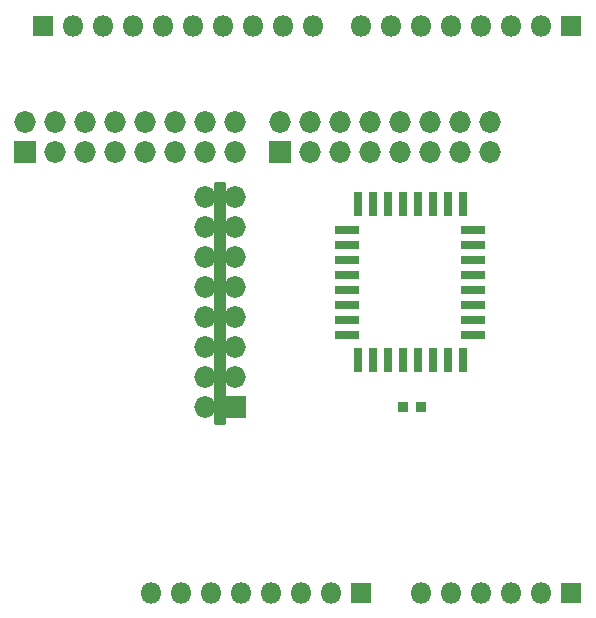
<source format=gts>
G04 #@! TF.FileFunction,Soldermask,Top*
%FSLAX46Y46*%
G04 Gerber Fmt 4.6, Leading zero omitted, Abs format (unit mm)*
G04 Created by KiCad (PCBNEW 4.0.5+dfsg1-4) date Sun Oct 21 08:43:36 2018*
%MOMM*%
%LPD*%
G01*
G04 APERTURE LIST*
%ADD10C,0.100000*%
%ADD11R,1.828800X1.828800*%
%ADD12O,1.828800X1.828800*%
%ADD13R,1.801600X1.801600*%
%ADD14O,1.801600X1.801600*%
%ADD15R,0.801600X2.026600*%
%ADD16R,2.026600X0.801600*%
%ADD17R,0.901600X0.851600*%
%ADD18C,0.254000*%
G04 APERTURE END LIST*
D10*
D11*
X153162000Y-85090000D03*
D12*
X153162000Y-82550000D03*
X155702000Y-85090000D03*
X155702000Y-82550000D03*
X158242000Y-85090000D03*
X158242000Y-82550000D03*
X160782000Y-85090000D03*
X160782000Y-82550000D03*
X163322000Y-85090000D03*
X163322000Y-82550000D03*
X165862000Y-85090000D03*
X165862000Y-82550000D03*
X168402000Y-85090000D03*
X168402000Y-82550000D03*
X170942000Y-85090000D03*
X170942000Y-82550000D03*
D13*
X177800000Y-122428000D03*
D14*
X175260000Y-122428000D03*
X172720000Y-122428000D03*
X170180000Y-122428000D03*
X167640000Y-122428000D03*
X165100000Y-122428000D03*
D13*
X177800000Y-74422000D03*
D14*
X175260000Y-74422000D03*
X172720000Y-74422000D03*
X170180000Y-74422000D03*
X167640000Y-74422000D03*
X165100000Y-74422000D03*
X162560000Y-74422000D03*
X160020000Y-74422000D03*
D13*
X160020000Y-122428000D03*
D14*
X157480000Y-122428000D03*
X154940000Y-122428000D03*
X152400000Y-122428000D03*
X149860000Y-122428000D03*
X147320000Y-122428000D03*
X144780000Y-122428000D03*
X142240000Y-122428000D03*
D13*
X133096000Y-74422000D03*
D14*
X135636000Y-74422000D03*
X138176000Y-74422000D03*
X140716000Y-74422000D03*
X143256000Y-74422000D03*
X145796000Y-74422000D03*
X148336000Y-74422000D03*
X150876000Y-74422000D03*
X153416000Y-74422000D03*
X155956000Y-74422000D03*
D15*
X164834500Y-102731500D03*
X166104500Y-102731500D03*
X167374500Y-102731500D03*
X168644500Y-102731500D03*
X163564500Y-102731500D03*
X162294500Y-102731500D03*
X161024500Y-102731500D03*
X159754500Y-102731500D03*
D16*
X169522000Y-100584000D03*
X169522000Y-99314000D03*
X169522000Y-98044000D03*
X169522000Y-96774000D03*
X169522000Y-95504000D03*
X169522000Y-94234000D03*
X169522000Y-92964000D03*
X169522000Y-91694000D03*
D15*
X168644500Y-89546500D03*
X167374500Y-89546500D03*
X166104500Y-89546500D03*
X164834500Y-89546500D03*
X163564500Y-89546500D03*
X162294500Y-89546500D03*
X161024500Y-89546500D03*
X159754500Y-89546500D03*
D16*
X158877000Y-91694000D03*
X158877000Y-92964000D03*
X158877000Y-94234000D03*
X158877000Y-95504000D03*
X158877000Y-96774000D03*
X158877000Y-98044000D03*
X158877000Y-99314000D03*
X158877000Y-100584000D03*
D17*
X165088000Y-106680000D03*
X163588000Y-106680000D03*
D11*
X149352000Y-106680000D03*
D12*
X146812000Y-106680000D03*
X149352000Y-104140000D03*
X146812000Y-104140000D03*
X149352000Y-101600000D03*
X146812000Y-101600000D03*
X149352000Y-99060000D03*
X146812000Y-99060000D03*
X149352000Y-96520000D03*
X146812000Y-96520000D03*
X149352000Y-93980000D03*
X146812000Y-93980000D03*
X149352000Y-91440000D03*
X146812000Y-91440000D03*
X149352000Y-88900000D03*
X146812000Y-88900000D03*
D11*
X131572000Y-85090000D03*
D12*
X131572000Y-82550000D03*
X134112000Y-85090000D03*
X134112000Y-82550000D03*
X136652000Y-85090000D03*
X136652000Y-82550000D03*
X139192000Y-85090000D03*
X139192000Y-82550000D03*
X141732000Y-85090000D03*
X141732000Y-82550000D03*
X144272000Y-85090000D03*
X144272000Y-82550000D03*
X146812000Y-85090000D03*
X146812000Y-82550000D03*
X149352000Y-85090000D03*
X149352000Y-82550000D03*
D18*
G36*
X148463000Y-108077000D02*
X147701000Y-108077000D01*
X147701000Y-87757000D01*
X148463000Y-87757000D01*
X148463000Y-108077000D01*
X148463000Y-108077000D01*
G37*
X148463000Y-108077000D02*
X147701000Y-108077000D01*
X147701000Y-87757000D01*
X148463000Y-87757000D01*
X148463000Y-108077000D01*
M02*

</source>
